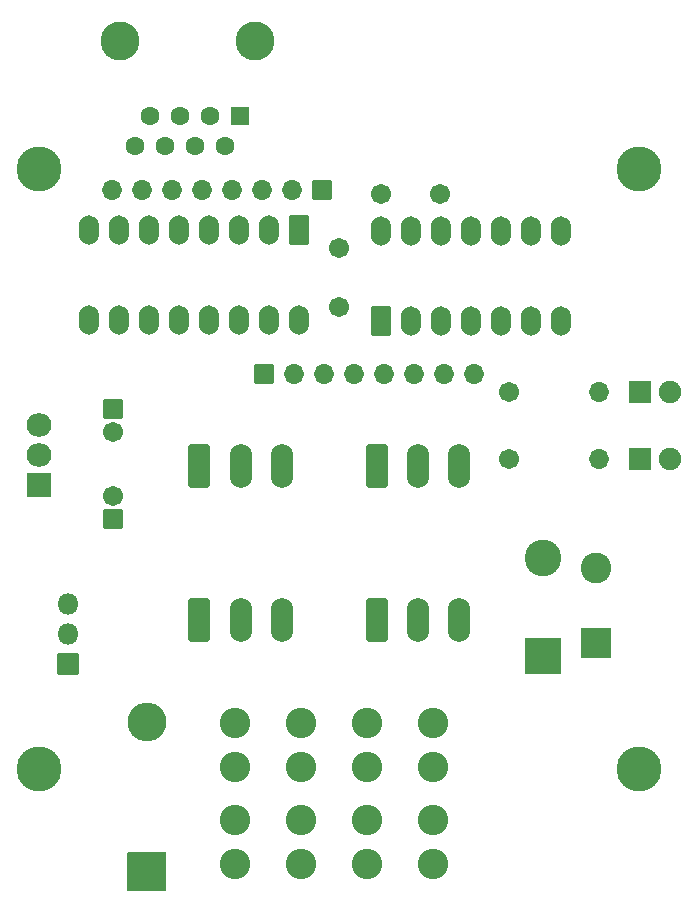
<source format=gbr>
G04 #@! TF.GenerationSoftware,KiCad,Pcbnew,(6.0.5)*
G04 #@! TF.CreationDate,2022-06-02T01:06:31-04:00*
G04 #@! TF.ProjectId,Receiver_Out,52656365-6976-4657-925f-4f75742e6b69,v1*
G04 #@! TF.SameCoordinates,Original*
G04 #@! TF.FileFunction,Soldermask,Top*
G04 #@! TF.FilePolarity,Negative*
%FSLAX46Y46*%
G04 Gerber Fmt 4.6, Leading zero omitted, Abs format (unit mm)*
G04 Created by KiCad (PCBNEW (6.0.5)) date 2022-06-02 01:06:31*
%MOMM*%
%LPD*%
G01*
G04 APERTURE LIST*
G04 Aperture macros list*
%AMRoundRect*
0 Rectangle with rounded corners*
0 $1 Rounding radius*
0 $2 $3 $4 $5 $6 $7 $8 $9 X,Y pos of 4 corners*
0 Add a 4 corners polygon primitive as box body*
4,1,4,$2,$3,$4,$5,$6,$7,$8,$9,$2,$3,0*
0 Add four circle primitives for the rounded corners*
1,1,$1+$1,$2,$3*
1,1,$1+$1,$4,$5*
1,1,$1+$1,$6,$7*
1,1,$1+$1,$8,$9*
0 Add four rect primitives between the rounded corners*
20,1,$1+$1,$2,$3,$4,$5,0*
20,1,$1+$1,$4,$5,$6,$7,0*
20,1,$1+$1,$6,$7,$8,$9,0*
20,1,$1+$1,$8,$9,$2,$3,0*%
G04 Aperture macros list end*
%ADD10O,3.302000X3.302000*%
%ADD11RoundRect,0.051000X1.600000X-1.600000X1.600000X1.600000X-1.600000X1.600000X-1.600000X-1.600000X0*%
%ADD12O,1.702000X2.502000*%
%ADD13RoundRect,0.051000X-0.800000X1.200000X-0.800000X-1.200000X0.800000X-1.200000X0.800000X1.200000X0*%
%ADD14O,2.102000X2.007000*%
%ADD15RoundRect,0.051000X1.000000X-0.952500X1.000000X0.952500X-1.000000X0.952500X-1.000000X-0.952500X0*%
%ADD16O,1.702000X1.702000*%
%ADD17RoundRect,0.051000X0.800000X0.800000X-0.800000X0.800000X-0.800000X-0.800000X0.800000X-0.800000X0*%
%ADD18C,1.602000*%
%ADD19RoundRect,0.051000X0.750000X0.750000X-0.750000X0.750000X-0.750000X-0.750000X0.750000X-0.750000X0*%
%ADD20C,3.302000*%
%ADD21O,1.802000X1.802000*%
%ADD22RoundRect,0.051000X0.850000X0.850000X-0.850000X0.850000X-0.850000X-0.850000X0.850000X-0.850000X0*%
%ADD23C,1.702000*%
%ADD24RoundRect,0.051000X-0.800000X0.800000X-0.800000X-0.800000X0.800000X-0.800000X0.800000X0.800000X0*%
%ADD25RoundRect,0.051000X0.800000X-0.800000X0.800000X0.800000X-0.800000X0.800000X-0.800000X-0.800000X0*%
%ADD26C,2.602000*%
%ADD27RoundRect,0.051000X1.250000X-1.250000X1.250000X1.250000X-1.250000X1.250000X-1.250000X-1.250000X0*%
%ADD28RoundRect,0.051000X1.500000X-1.500000X1.500000X1.500000X-1.500000X1.500000X-1.500000X-1.500000X0*%
%ADD29C,3.102000*%
%ADD30RoundRect,0.051000X0.800000X-1.200000X0.800000X1.200000X-0.800000X1.200000X-0.800000X-1.200000X0*%
%ADD31C,3.802000*%
%ADD32C,1.902000*%
%ADD33RoundRect,0.051000X-0.900000X-0.900000X0.900000X-0.900000X0.900000X0.900000X-0.900000X0.900000X0*%
%ADD34O,1.902000X3.702000*%
%ADD35RoundRect,0.301000X-0.650000X-1.550000X0.650000X-1.550000X0.650000X1.550000X-0.650000X1.550000X0*%
%ADD36C,2.577000*%
%ADD37RoundRect,0.051000X-0.800000X-0.800000X0.800000X-0.800000X0.800000X0.800000X-0.800000X0.800000X0*%
G04 APERTURE END LIST*
D10*
X81901000Y-138217800D03*
D11*
X81901000Y-150917800D03*
D12*
X94701000Y-104187800D03*
X76921000Y-96567800D03*
X92161000Y-104187800D03*
X79461000Y-96567800D03*
X89621000Y-104187800D03*
X82001000Y-96567800D03*
X87081000Y-104187800D03*
X84541000Y-96567800D03*
X84541000Y-104187800D03*
X87081000Y-96567800D03*
X82001000Y-104187800D03*
X89621000Y-96567800D03*
X79461000Y-104187800D03*
X92161000Y-96567800D03*
X76921000Y-104187800D03*
D13*
X94701000Y-96567800D03*
D14*
X72751000Y-113087800D03*
X72751000Y-115627800D03*
D15*
X72751000Y-118167800D03*
D16*
X78921000Y-93217800D03*
X81461000Y-93217800D03*
X84001000Y-93217800D03*
X86541000Y-93217800D03*
X89081000Y-93217800D03*
X91621000Y-93217800D03*
X94161000Y-93217800D03*
D17*
X96701000Y-93217800D03*
D18*
X80861000Y-89457800D03*
X82131000Y-86917800D03*
X83401000Y-89457800D03*
X84671000Y-86917800D03*
X85941000Y-89457800D03*
X87211000Y-86917800D03*
X88481000Y-89457800D03*
D19*
X89751000Y-86917800D03*
D20*
X91021000Y-80567800D03*
X79591000Y-80567800D03*
D21*
X75151000Y-128287800D03*
X75151000Y-130827800D03*
D22*
X75151000Y-133367800D03*
D23*
X98101000Y-98067800D03*
X98101000Y-103067800D03*
X79001000Y-113717800D03*
D24*
X79001000Y-111717800D03*
D23*
X78951000Y-119067800D03*
D25*
X78951000Y-121067800D03*
D23*
X106701000Y-93517800D03*
X101701000Y-93517800D03*
D26*
X119901000Y-125167800D03*
D27*
X119901000Y-131517800D03*
D28*
X115414800Y-132615760D03*
D29*
X115414800Y-124365840D03*
D12*
X101701000Y-96697800D03*
X116941000Y-104317800D03*
X104241000Y-96697800D03*
X114401000Y-104317800D03*
X106781000Y-96697800D03*
X111861000Y-104317800D03*
X109321000Y-96697800D03*
X109321000Y-104317800D03*
X111861000Y-96697800D03*
X106781000Y-104317800D03*
X114401000Y-96697800D03*
X104241000Y-104317800D03*
X116941000Y-96697800D03*
D30*
X101701000Y-104317800D03*
D31*
X123531000Y-91439800D03*
X72731000Y-91439800D03*
X123531000Y-142239800D03*
X72731000Y-142239800D03*
D16*
X120171000Y-110317800D03*
D23*
X112551000Y-110317800D03*
D32*
X126141000Y-115967800D03*
D33*
X123601000Y-115967800D03*
D32*
X126141000Y-110317800D03*
D33*
X123601000Y-110317800D03*
D16*
X120121000Y-115967800D03*
D23*
X112501000Y-115967800D03*
D34*
X108300000Y-116600000D03*
X104800000Y-116600000D03*
D35*
X101300000Y-116600000D03*
D36*
X100485000Y-138353600D03*
X100485000Y-150253600D03*
X100485000Y-142053600D03*
X100485000Y-146553600D03*
D16*
X109581000Y-108813600D03*
X107041000Y-108813600D03*
X104501000Y-108813600D03*
X101961000Y-108813600D03*
X99421000Y-108813600D03*
X96881000Y-108813600D03*
X94341000Y-108813600D03*
D37*
X91801000Y-108813600D03*
D34*
X108300000Y-129600000D03*
X104800000Y-129600000D03*
D35*
X101300000Y-129600000D03*
D34*
X93300000Y-129600000D03*
X89800000Y-129600000D03*
D35*
X86300000Y-129600000D03*
D34*
X93300000Y-116600000D03*
X89800000Y-116600000D03*
D35*
X86300000Y-116600000D03*
D36*
X106073000Y-138353600D03*
X106073000Y-150253600D03*
X106073000Y-142053600D03*
X106073000Y-146553600D03*
X94897000Y-138353600D03*
X94897000Y-150253600D03*
X94897000Y-142053600D03*
X94897000Y-146553600D03*
X89309000Y-138338600D03*
X89309000Y-150238600D03*
X89309000Y-142038600D03*
X89309000Y-146538600D03*
M02*

</source>
